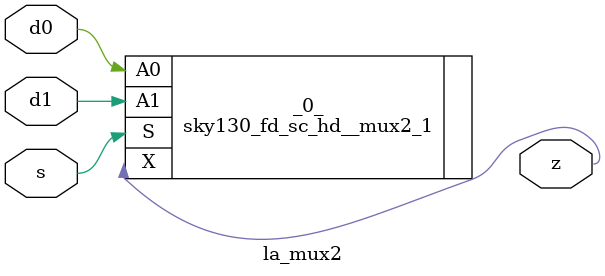
<source format=v>

module la_mux2(d0, d1, s, z);
  input d0;
  input d1;
  input s;
  output z;
  sky130_fd_sc_hd__mux2_1 _0_ (
    .A0(d0),
    .A1(d1),
    .S(s),
    .X(z)
  );
endmodule

</source>
